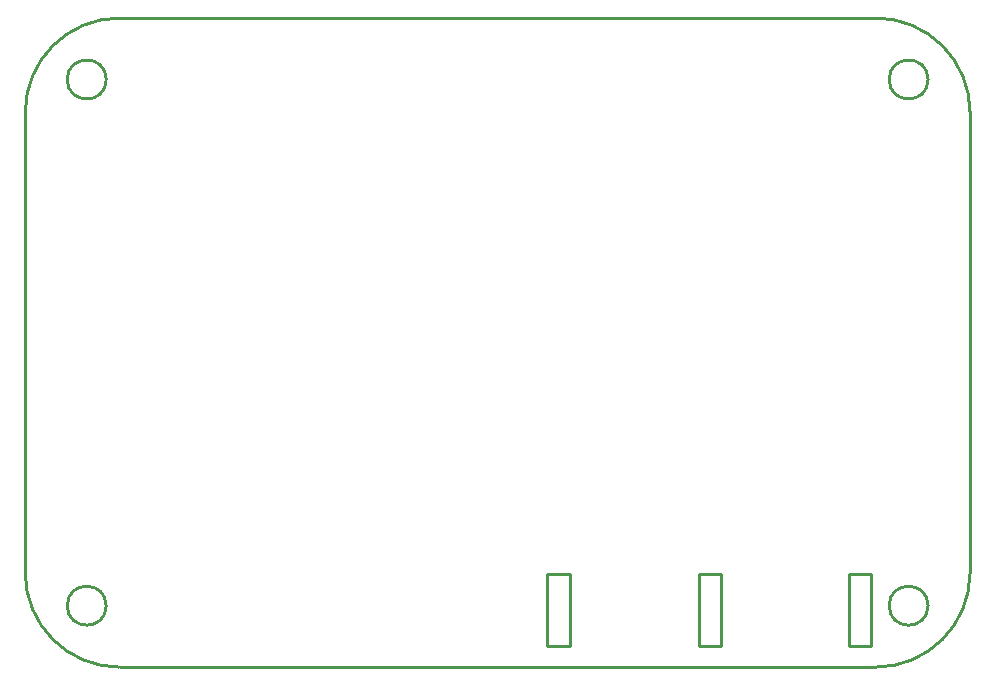
<source format=gko>
G04 Layer: BoardOutline*
G04 EasyEDA v6.3.53, 2020-06-17T09:28:47+02:00*
G04 2fc62430105348e8968ca0d9d06def79,a119ccecc66d453fa3e160aadb19915c,10*
G04 Gerber Generator version 0.2*
G04 Scale: 100 percent, Rotated: No, Reflected: No *
G04 Dimensions in inches *
G04 leading zeros omitted , absolute positions ,2 integer and 4 decimal *
%FSLAX24Y24*%
%MOIN*%
G90*
G70D02*

%ADD10C,0.010000*%
G54D10*
G01X17550Y3090D02*
G01X17400Y3090D01*
G01X17400Y690D01*
G01X18150Y690D01*
G01X18150Y3090D01*
G01X17550Y3090D01*
G01X22600Y3090D02*
G01X22450Y3090D01*
G01X22450Y690D01*
G01X23200Y690D01*
G01X23200Y3090D01*
G01X22600Y3090D01*
G01X27600Y3090D02*
G01X27450Y3090D01*
G01X27450Y690D01*
G01X28200Y690D01*
G01X28200Y3090D01*
G01X27600Y3090D01*
G01X31496Y18490D02*
G01X31496Y3149D01*
G01X31496Y18490D02*
G01X31496Y7073D01*
G01X28346Y0D02*
G01X3149Y0D01*
G01X0Y3149D02*
G01X0Y18490D01*
G01X3149Y21640D02*
G01X28346Y21640D01*
G01X3149Y21640D02*
G01X28346Y21640D01*
G01X0Y7073D02*
G01X0Y18490D01*
G75*
G01X3150Y0D02*
G02X0Y3150I0J3150D01*
G01*
G75*
G01X31496Y3150D02*
G02X28346Y0I-3150J0D01*
G01*
G75*
G01X0Y18490D02*
G02X3150Y21640I3150J0D01*
G01*
G75*
G01X0Y18490D02*
G02X3150Y21640I3150J0D01*
G01*
G75*
G01X28346Y21640D02*
G02X31496Y18490I0J-3150D01*
G01*
G75*
G01X28347Y21640D02*
G02X31496Y18490I0J-3150D01*
G01*
G75*
G01X30096Y2050D02*
G03X30096Y2050I-650J0D01*
G01*
G75*
G01X30096Y19590D02*
G03X30096Y19590I-650J0D01*
G01*
G75*
G01X2700Y2050D02*
G03X2700Y2050I-650J0D01*
G01*
G75*
G01X2700Y19590D02*
G03X2700Y19590I-650J0D01*
G01*

%LPD*%
M00*
M02*

</source>
